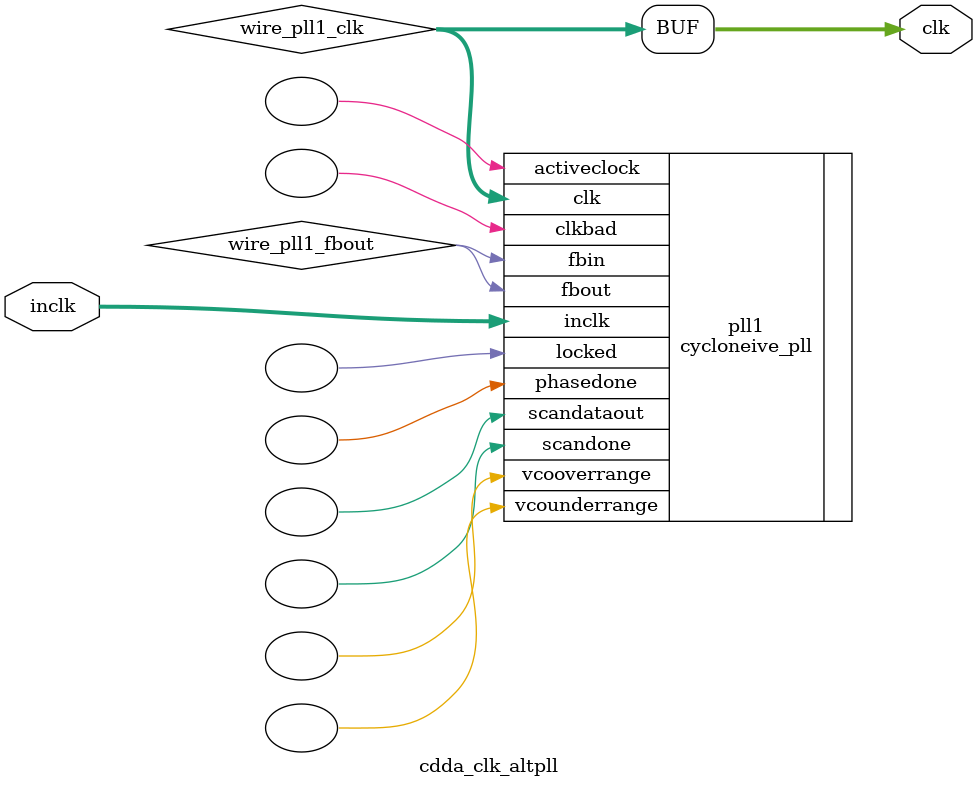
<source format=v>






//synthesis_resources = cycloneive_pll 1 
//synopsys translate_off
`timescale 1 ps / 1 ps
//synopsys translate_on
module  cdda_clk_altpll
	( 
	clk,
	inclk) /* synthesis synthesis_clearbox=1 */;
	output   [4:0]  clk;
	input   [1:0]  inclk;
`ifndef ALTERA_RESERVED_QIS
// synopsys translate_off
`endif
	tri0   [1:0]  inclk;
`ifndef ALTERA_RESERVED_QIS
// synopsys translate_on
`endif

	wire  [4:0]   wire_pll1_clk;
	wire  wire_pll1_fbout;

	cycloneive_pll   pll1
	( 
	.activeclock(),
	.clk(wire_pll1_clk),
	.clkbad(),
	.fbin(wire_pll1_fbout),
	.fbout(wire_pll1_fbout),
	.inclk(inclk),
	.locked(),
	.phasedone(),
	.scandataout(),
	.scandone(),
	.vcooverrange(),
	.vcounderrange()
	`ifndef FORMAL_VERIFICATION
	// synopsys translate_off
	`endif
	,
	.areset(1'b0),
	.clkswitch(1'b0),
	.configupdate(1'b0),
	.pfdena(1'b1),
	.phasecounterselect({3{1'b0}}),
	.phasestep(1'b0),
	.phaseupdown(1'b0),
	.scanclk(1'b0),
	.scanclkena(1'b1),
	.scandata(1'b0)
	`ifndef FORMAL_VERIFICATION
	// synopsys translate_on
	`endif
	);
	defparam
		pll1.bandwidth_type = "auto",
		pll1.clk0_divide_by = 15625,
		pll1.clk0_duty_cycle = 50,
		pll1.clk0_multiply_by = 10584,
		pll1.clk0_phase_shift = "0",
		pll1.compensate_clock = "clk0",
		pll1.inclk0_input_frequency = 20000,
		pll1.operation_mode = "normal",
		pll1.pll_type = "auto",
		pll1.lpm_type = "cycloneive_pll";
	assign
		clk = {wire_pll1_clk[4:0]};
endmodule //cdda_clk_altpll
//VALID FILE

</source>
